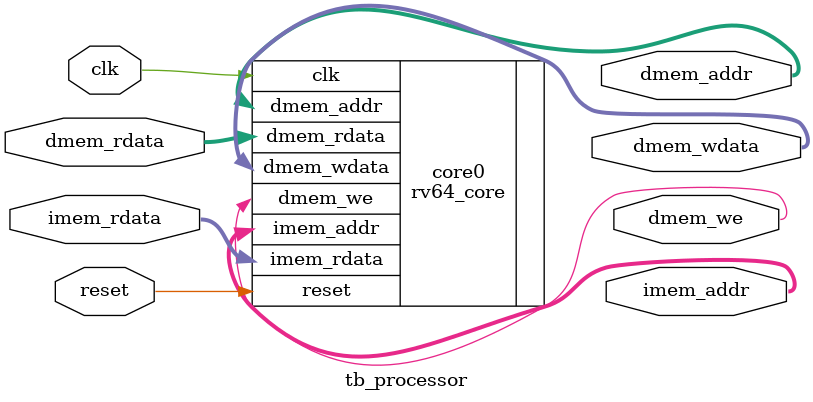
<source format=sv>
`timescale 1ns/1ps

module tb_processor(
    // -----------------------------------------
    // Clock & reset
    // -----------------------------------------
    input logic clk,
    input logic reset,

    // -----------------------------------------
    // Instruction memory interface
    // -----------------------------------------
    output logic [63:0] imem_addr,
    input  logic [31:0] imem_rdata,

    // -----------------------------------------
    // Data memory interface
    // -----------------------------------------
    output logic        dmem_we,
    output logic [63:0] dmem_addr,
    output logic [63:0] dmem_wdata,
    input  logic [63:0] dmem_rdata
);

    // -----------------------------------------
    // Instantiate DUT (Device Under Test)
    // -----------------------------------------
    rv64_core core0 (
        .clk        (clk),
        .reset      (reset),
        .imem_addr  (imem_addr),
        .imem_rdata (imem_rdata),
        .dmem_we    (dmem_we),
        .dmem_addr  (dmem_addr),
        .dmem_wdata (dmem_wdata),
        .dmem_rdata (dmem_rdata)
    );

endmodule
</source>
